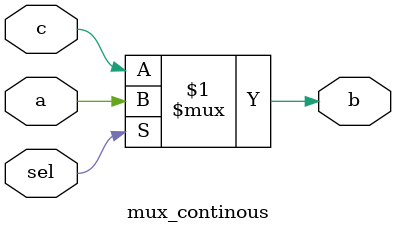
<source format=v>
module mux_continous(input a, c, sel, output b);
  assign b = sel ? a : c;
endmodule
</source>
